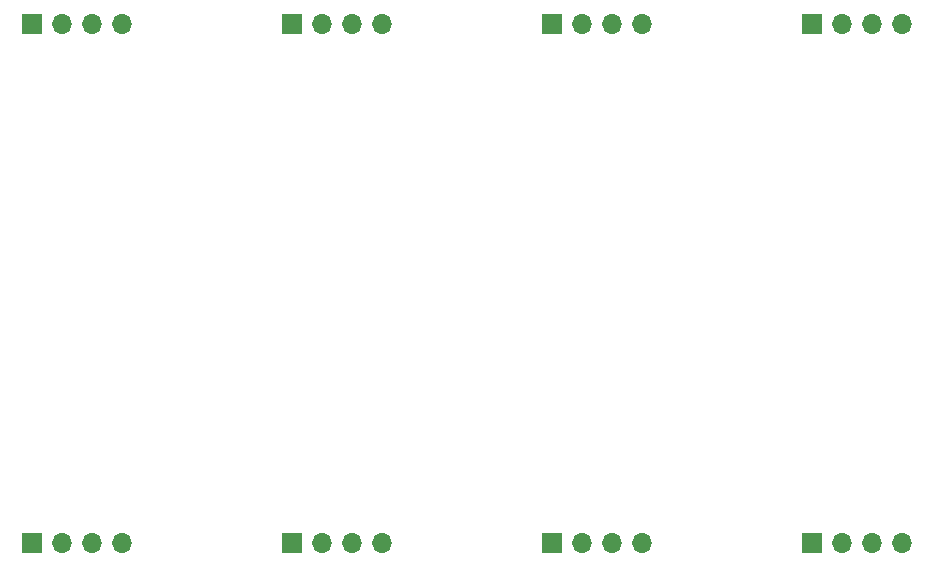
<source format=gbs>
%TF.GenerationSoftware,KiCad,Pcbnew,(5.1.7)-1*%
%TF.CreationDate,2020-10-20T02:58:57+09:00*%
%TF.ProjectId,UARTtoBluetooth_array,55415254-746f-4426-9c75-65746f6f7468,rev?*%
%TF.SameCoordinates,Original*%
%TF.FileFunction,Soldermask,Bot*%
%TF.FilePolarity,Negative*%
%FSLAX46Y46*%
G04 Gerber Fmt 4.6, Leading zero omitted, Abs format (unit mm)*
G04 Created by KiCad (PCBNEW (5.1.7)-1) date 2020-10-20 02:58:57*
%MOMM*%
%LPD*%
G01*
G04 APERTURE LIST*
%ADD10R,1.700000X1.700000*%
%ADD11O,1.700000X1.700000*%
G04 APERTURE END LIST*
D10*
%TO.C,J1*%
X188720000Y-152525000D03*
D11*
X191260000Y-152525000D03*
X193800000Y-152525000D03*
X196340000Y-152525000D03*
%TD*%
D10*
%TO.C,J1*%
X166720000Y-152525000D03*
D11*
X169260000Y-152525000D03*
X171800000Y-152525000D03*
X174340000Y-152525000D03*
%TD*%
D10*
%TO.C,J1*%
X144720000Y-152525000D03*
D11*
X147260000Y-152525000D03*
X149800000Y-152525000D03*
X152340000Y-152525000D03*
%TD*%
D10*
%TO.C,J1*%
X122720000Y-152525000D03*
D11*
X125260000Y-152525000D03*
X127800000Y-152525000D03*
X130340000Y-152525000D03*
%TD*%
D10*
%TO.C,J1*%
X188720000Y-108525000D03*
D11*
X191260000Y-108525000D03*
X193800000Y-108525000D03*
X196340000Y-108525000D03*
%TD*%
D10*
%TO.C,J1*%
X166720000Y-108525000D03*
D11*
X169260000Y-108525000D03*
X171800000Y-108525000D03*
X174340000Y-108525000D03*
%TD*%
D10*
%TO.C,J1*%
X144720000Y-108525000D03*
D11*
X147260000Y-108525000D03*
X149800000Y-108525000D03*
X152340000Y-108525000D03*
%TD*%
%TO.C,J1*%
X130340000Y-108525000D03*
X127800000Y-108525000D03*
X125260000Y-108525000D03*
D10*
X122720000Y-108525000D03*
%TD*%
M02*

</source>
